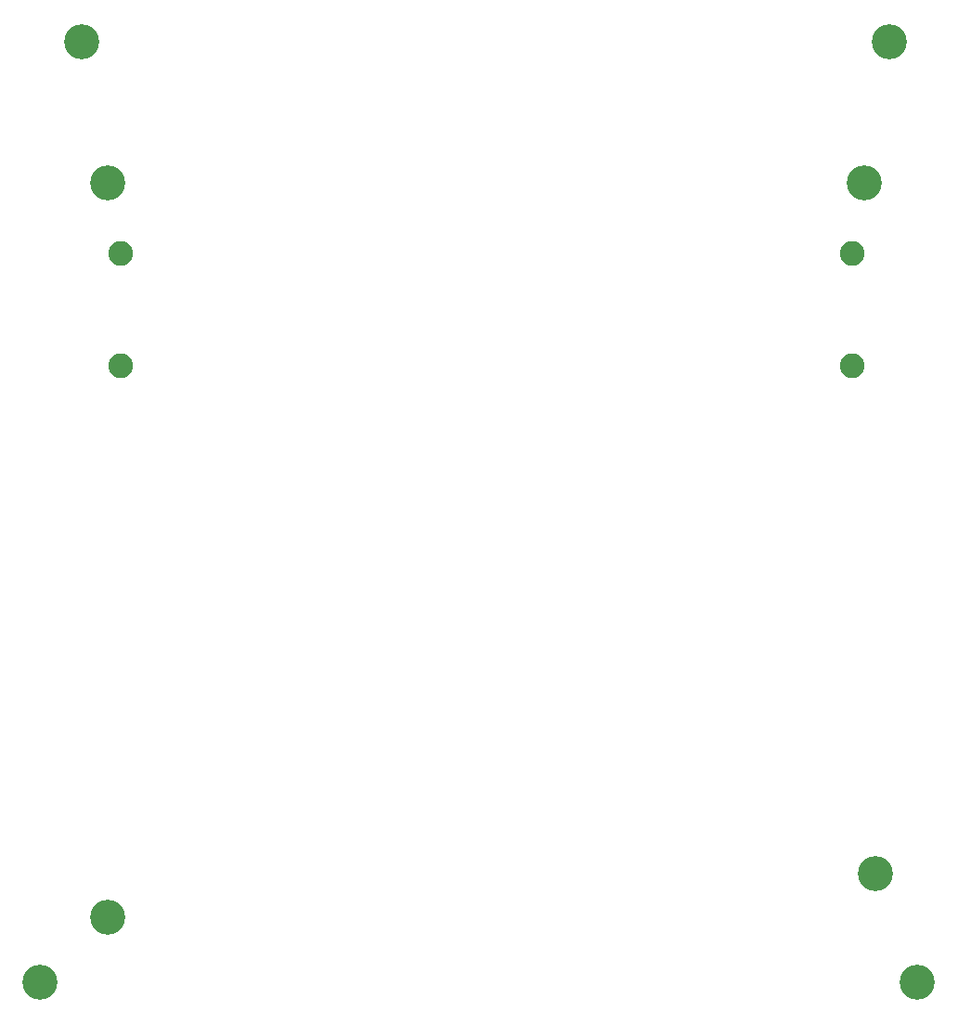
<source format=gbr>
%TF.GenerationSoftware,Altium Limited,Altium Designer,25.8.1 (18)*%
G04 Layer_Color=0*
%FSLAX45Y45*%
%MOMM*%
%TF.SameCoordinates,E40C52F6-B12D-486C-AAC2-1DB2447C0C70*%
%TF.FilePolarity,Positive*%
%TF.FileFunction,NonPlated,1,4,NPTH,Drill*%
%TF.Part,Single*%
G01*
G75*
%TA.AperFunction,ComponentDrill*%
%ADD112C,2.25000*%
%TA.AperFunction,OtherDrill,Free Pad (2.635mm,2.072mm)*%
%ADD113C,3.20000*%
%TA.AperFunction,OtherDrill,Free Pad (8.775mm,74.997mm)*%
%ADD114C,3.20000*%
%TA.AperFunction,OtherDrill,Free Pad (8.775mm,8mm)*%
%ADD115C,3.20000*%
%TA.AperFunction,OtherDrill,Free Pad (6.445mm,87.797mm)*%
%ADD116C,3.20000*%
%TA.AperFunction,OtherDrill,Free Pad (77.781mm,74.997mm)*%
%ADD117C,3.20000*%
%TA.AperFunction,OtherDrill,Free Pad (78.831mm,11.999mm)*%
%ADD118C,3.20000*%
%TA.AperFunction,OtherDrill,Free Pad (82.642mm,2.071mm)*%
%ADD119C,3.20000*%
%TA.AperFunction,OtherDrill,Free Pad (80.105mm,87.797mm)*%
%ADD120C,3.20000*%
D112*
X992500Y5825204D02*
D03*
Y6855204D02*
D03*
X7663902Y5825900D02*
D03*
Y6855900D02*
D03*
D113*
X263501Y207200D02*
D03*
D114*
X877500Y7499748D02*
D03*
D115*
Y800000D02*
D03*
D116*
X644501Y8779700D02*
D03*
D117*
X7778149Y7499748D02*
D03*
D118*
X7883065Y1199878D02*
D03*
D119*
X8264200Y207100D02*
D03*
D120*
X8010501Y8779700D02*
D03*
%TF.MD5,cc877925ddcb69c5c4f35f7efdd0918b*%
M02*

</source>
